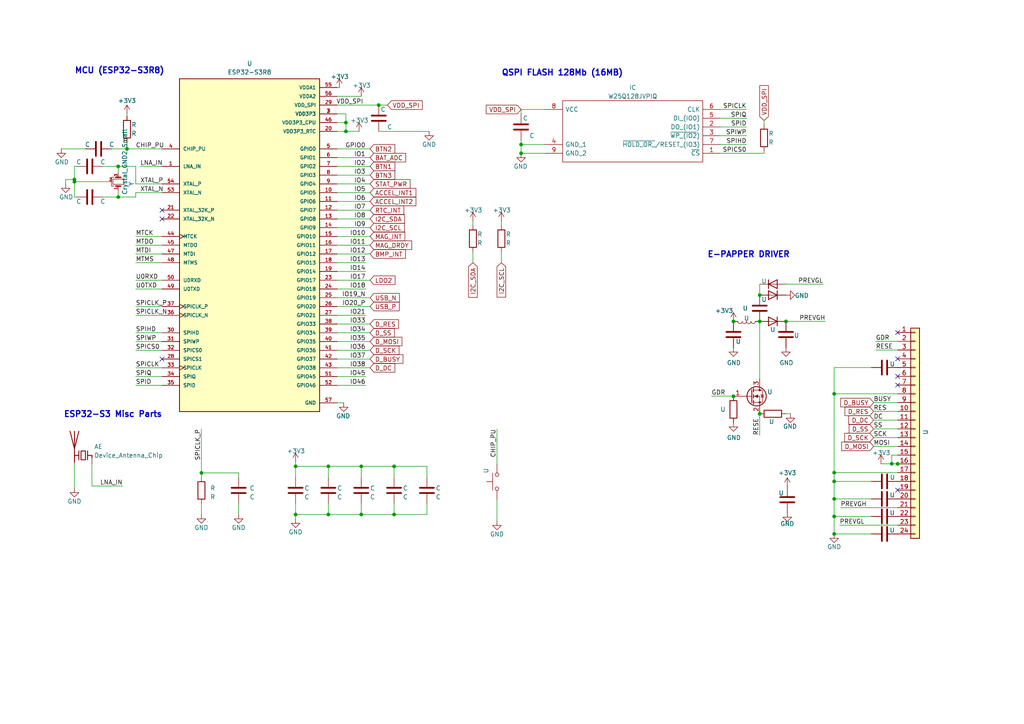
<source format=kicad_sch>
(kicad_sch (version 20220404) (generator eeschema)
  (paper "A4")
  (title_block (title "Watchy-Esp32-s3") (date "2022-07-22") (rev "V1") (company "MrT Stephens"))
  (lib_symbols
    (symbol "Connector_Generic:Conn_01x24" (pin_names (offset 1.016) hide)
      (property "Reference" "J" (at 0 30.48 0))
      (property "Value" "Conn_01x24" (at 0 -33.02 0))
      (symbol "Conn_01x24_1_1"
        (rectangle (start -1.27 -30.353) (end 0 -30.607) (stroke (width 0.1524)))
        (rectangle (start -1.27 -27.813) (end 0 -28.067) (stroke (width 0.1524)))
        (rectangle (start -1.27 -25.273) (end 0 -25.527) (stroke (width 0.1524)))
        (rectangle (start -1.27 -22.733) (end 0 -22.987) (stroke (width 0.1524)))
        (rectangle (start -1.27 -20.193) (end 0 -20.447) (stroke (width 0.1524)))
        (rectangle (start -1.27 -17.653) (end 0 -17.907) (stroke (width 0.1524)))
        (rectangle (start -1.27 -15.113) (end 0 -15.367) (stroke (width 0.1524)))
        (rectangle (start -1.27 -12.573) (end 0 -12.827) (stroke (width 0.1524)))
        (rectangle (start -1.27 -10.033) (end 0 -10.287) (stroke (width 0.1524)))
        (rectangle (start -1.27 -7.493) (end 0 -7.747) (stroke (width 0.1524)))
        (rectangle (start -1.27 -4.953) (end 0 -5.207) (stroke (width 0.1524)))
        (rectangle (start -1.27 -2.413) (end 0 -2.667) (stroke (width 0.1524)))
        (rectangle (start -1.27 0.127) (end 0 -0.127) (stroke (width 0.1524)))
        (rectangle (start -1.27 2.667) (end 0 2.413) (stroke (width 0.1524)))
        (rectangle (start -1.27 5.207) (end 0 4.953) (stroke (width 0.1524)))
        (rectangle (start -1.27 7.747) (end 0 7.493) (stroke (width 0.1524)))
        (rectangle (start -1.27 10.287) (end 0 10.033) (stroke (width 0.1524)))
        (rectangle (start -1.27 12.827) (end 0 12.573) (stroke (width 0.1524)))
        (rectangle (start -1.27 15.367) (end 0 15.113) (stroke (width 0.1524)))
        (rectangle (start -1.27 17.907) (end 0 17.653) (stroke (width 0.1524)))
        (rectangle (start -1.27 20.447) (end 0 20.193) (stroke (width 0.1524)))
        (rectangle (start -1.27 22.987) (end 0 22.733) (stroke (width 0.1524)))
        (rectangle (start -1.27 25.527) (end 0 25.273) (stroke (width 0.1524)))
        (rectangle (start -1.27 28.067) (end 0 27.813) (stroke (width 0.1524)))
        (rectangle (start -1.27 29.21) (end 1.27 -31.75) (stroke (width 0.254)) (fill (type background)))
        (pin passive line (at -5.08 27.94 0) (length 3.81) (name "Pin_1") (number "1"))
        (pin passive line (at -5.08 5.08 0) (length 3.81) (name "Pin_10") (number "10"))
        (pin passive line (at -5.08 2.54 0) (length 3.81) (name "Pin_11") (number "11"))
        (pin passive line (at -5.08 0 0) (length 3.81) (name "Pin_12") (number "12"))
        (pin passive line (at -5.08 -2.54 0) (length 3.81) (name "Pin_13") (number "13"))
        (pin passive line (at -5.08 -5.08 0) (length 3.81) (name "Pin_14") (number "14"))
        (pin passive line (at -5.08 -7.62 0) (length 3.81) (name "Pin_15") (number "15"))
        (pin passive line (at -5.08 -10.16 0) (length 3.81) (name "Pin_16") (number "16"))
        (pin passive line (at -5.08 -12.7 0) (length 3.81) (name "Pin_17") (number "17"))
        (pin passive line (at -5.08 -15.24 0) (length 3.81) (name "Pin_18") (number "18"))
        (pin passive line (at -5.08 -17.78 0) (length 3.81) (name "Pin_19") (number "19"))
        (pin passive line (at -5.08 25.4 0) (length 3.81) (name "Pin_2") (number "2"))
        (pin passive line (at -5.08 -20.32 0) (length 3.81) (name "Pin_20") (number "20"))
        (pin passive line (at -5.08 -22.86 0) (length 3.81) (name "Pin_21") (number "21"))
        (pin passive line (at -5.08 -25.4 0) (length 3.81) (name "Pin_22") (number "22"))
        (pin passive line (at -5.08 -27.94 0) (length 3.81) (name "Pin_23") (number "23"))
        (pin passive line (at -5.08 -30.48 0) (length 3.81) (name "Pin_24") (number "24"))
        (pin passive line (at -5.08 22.86 0) (length 3.81) (name "Pin_3") (number "3"))
        (pin passive line (at -5.08 20.32 0) (length 3.81) (name "Pin_4") (number "4"))
        (pin passive line (at -5.08 17.78 0) (length 3.81) (name "Pin_5") (number "5"))
        (pin passive line (at -5.08 15.24 0) (length 3.81) (name "Pin_6") (number "6"))
        (pin passive line (at -5.08 12.7 0) (length 3.81) (name "Pin_7") (number "7"))
        (pin passive line (at -5.08 10.16 0) (length 3.81) (name "Pin_8") (number "8"))
        (pin passive line (at -5.08 7.62 0) (length 3.81) (name "Pin_9") (number "9"))
      )
    )
    (symbol "Device:C" (pin_numbers hide) (pin_names (offset 0.254))
      (property "Reference" "C" (at 0.635 2.54 0))
      (property "Value" "C" (at 0.635 -2.54 0))
      (symbol "C_0_1"
        (polyline (pts (xy -2.032 -0.762) (xy 2.032 -0.762)) (stroke (width 0.508)))
        (polyline (pts (xy -2.032 0.762) (xy 2.032 0.762)) (stroke (width 0.508)))
      )
      (symbol "C_1_1"
        (pin passive line (at 0 3.81 270) (length 2.794) (name "~") (number "1"))
        (pin passive line (at 0 -3.81 90) (length 2.794) (name "~") (number "2"))
      )
    )
    (symbol "Device:Crystal_GND2_Small" (pin_names (offset 1.016) hide)
      (property "Reference" "Y" (at 0 5.08 0))
      (property "Value" "Crystal_GND2_Small" (at 0 3.175 0))
      (symbol "Crystal_GND2_Small_0_1"
        (rectangle (start -0.762 -1.524) (end 0.762 1.524))
        (polyline (pts (xy -1.27 -0.762) (xy -1.27 0.762)) (stroke (width 0.381)))
        (polyline (pts (xy 1.27 -0.762) (xy 1.27 0.762)) (stroke (width 0.381)))
        (polyline (pts (xy -1.27 -1.27) (xy -1.27 -1.905) (xy 1.27 -1.905) (xy 1.27 -1.27)))
      )
      (symbol "Crystal_GND2_Small_1_1"
        (pin passive line (at -2.54 0 0) (length 1.27) (name "1") (number "1"))
        (pin passive line (at 0 -2.54 90) (length 0.635) (name "2") (number "2"))
        (pin passive line (at 2.54 0 180) (length 1.27) (name "3") (number "3"))
      )
    )
    (symbol "Device:D" (pin_numbers hide) (pin_names (offset 1.016) hide)
      (property "Reference" "D" (at 0 2.54 0))
      (property "Value" "D" (at 0 -2.54 0))
      (symbol "D_0_1"
        (polyline (pts (xy -1.27 1.27) (xy -1.27 -1.27)) (stroke (width 0.254)))
        (polyline (pts (xy 1.27 0) (xy -1.27 0)))
        (polyline (pts (xy 1.27 1.27) (xy 1.27 -1.27) (xy -1.27 0) (xy 1.27 1.27)) (stroke (width 0.254)))
      )
      (symbol "D_1_1"
        (pin passive line (at -3.81 0 0) (length 2.54) (name "K") (number "1"))
        (pin passive line (at 3.81 0 180) (length 2.54) (name "A") (number "2"))
      )
    )
    (symbol "Device:L" (pin_numbers hide) (pin_names (offset 1.016) hide)
      (property "Reference" "L" (at -1.27 0 90))
      (property "Value" "L" (at 1.905 0 90))
      (symbol "L_0_1"
        (arc (start 0 -2.54) (mid 0.635 -1.905) (end 0 -1.27))
        (arc (start 0 -1.27) (mid 0.635 -0.635) (end 0 0))
        (arc (start 0 0) (mid 0.635 0.635) (end 0 1.27))
        (arc (start 0 1.27) (mid 0.635 1.905) (end 0 2.54))
      )
      (symbol "L_1_1"
        (pin passive line (at 0 3.81 270) (length 1.27) (name "1") (number "1"))
        (pin passive line (at 0 -3.81 90) (length 1.27) (name "2") (number "2"))
      )
    )
    (symbol "Device:R" (pin_numbers hide) (pin_names (offset 0))
      (property "Reference" "R" (at 2.032 0 90))
      (property "Value" "R" (at 0 0 90))
      (symbol "R_0_1"
        (rectangle (start -1.016 -2.54) (end 1.016 2.54) (stroke (width 0.254)))
      )
      (symbol "R_1_1"
        (pin passive line (at 0 3.81 270) (length 1.27) (name "~") (number "1"))
        (pin passive line (at 0 -3.81 90) (length 1.27) (name "~") (number "2"))
      )
    )
    (symbol "ESP32-S3R8:ESP32-S3R8" (pin_names (offset 1.016))
      (property "Reference" "U" (at -20.32 49.53 0))
      (property "Value" "ESP32-S3R8" (at -20.32 -49.53 0))
      (symbol "ESP32-S3R8_0_0"
        (rectangle (start -20.32 -48.26) (end 20.32 48.26) (stroke (width 0.254)) (fill (type background)))
        (pin bidirectional line (at -25.4 22.86 0) (length 5.08) (name "LNA_IN") (number "1"))
        (pin bidirectional line (at 25.4 15.24 180) (length 5.08) (name "GPIO5") (number "10"))
        (pin bidirectional line (at 25.4 12.7 180) (length 5.08) (name "GPIO6") (number "11"))
        (pin bidirectional line (at 25.4 10.16 180) (length 5.08) (name "GPIO7") (number "12"))
        (pin bidirectional line (at 25.4 7.62 180) (length 5.08) (name "GPIO8") (number "13"))
        (pin bidirectional line (at 25.4 5.08 180) (length 5.08) (name "GPIO9") (number "14"))
        (pin bidirectional line (at 25.4 2.54 180) (length 5.08) (name "GPIO10") (number "15"))
        (pin bidirectional line (at 25.4 0 180) (length 5.08) (name "GPIO11") (number "16"))
        (pin bidirectional line (at 25.4 -2.54 180) (length 5.08) (name "GPIO12") (number "17"))
        (pin bidirectional line (at 25.4 -5.08 180) (length 5.08) (name "GPIO13") (number "18"))
        (pin bidirectional line (at 25.4 -7.62 180) (length 5.08) (name "GPIO14") (number "19"))
        (pin power_in line (at 25.4 38.1 180) (length 5.08) (name "VDD3P3") (number "2"))
        (pin power_in line (at 25.4 33.02 180) (length 5.08) (name "VDD3P3_RTC") (number "20"))
        (pin bidirectional line (at -25.4 10.16 0) (length 5.08) (name "XTAL_32K_P") (number "21"))
        (pin bidirectional line (at -25.4 7.62 0) (length 5.08) (name "XTAL_32K_N") (number "22"))
        (pin bidirectional line (at 25.4 -10.16 180) (length 5.08) (name "GPIO17") (number "23"))
        (pin bidirectional line (at 25.4 -12.7 180) (length 5.08) (name "GPIO18") (number "24"))
        (pin bidirectional line (at 25.4 -15.24 180) (length 5.08) (name "GPIO19") (number "25"))
        (pin bidirectional line (at 25.4 -17.78 180) (length 5.08) (name "GPIO20") (number "26"))
        (pin bidirectional line (at 25.4 -20.32 180) (length 5.08) (name "GPIO21") (number "27"))
        (pin bidirectional line (at -25.4 -33.02 0) (length 5.08) (name "SPICS1") (number "28"))
        (pin power_in line (at 25.4 40.64 180) (length 5.08) (name "VDD_SPI") (number "29"))
        (pin power_in line (at 25.4 38.1 180) (length 5.08) (name "VDD3P3") (number "3"))
        (pin bidirectional line (at -25.4 -25.4 0) (length 5.08) (name "SPIHD") (number "30"))
        (pin bidirectional line (at -25.4 -27.94 0) (length 5.08) (name "SPIWP") (number "31"))
        (pin bidirectional line (at -25.4 -30.48 0) (length 5.08) (name "SPICS0") (number "32"))
        (pin bidirectional clock (at -25.4 -35.56 0) (length 5.08) (name "SPICLK") (number "33"))
        (pin bidirectional line (at -25.4 -38.1 0) (length 5.08) (name "SPIQ") (number "34"))
        (pin bidirectional line (at -25.4 -40.64 0) (length 5.08) (name "SPID") (number "35"))
        (pin bidirectional clock (at -25.4 -20.32 0) (length 5.08) (name "SPICLK_N") (number "36"))
        (pin bidirectional clock (at -25.4 -17.78 0) (length 5.08) (name "SPICLK_P") (number "37"))
        (pin bidirectional line (at 25.4 -22.86 180) (length 5.08) (name "GPIO33") (number "38"))
        (pin bidirectional line (at 25.4 -25.4 180) (length 5.08) (name "GPIO34") (number "39"))
        (pin input line (at -25.4 27.94 0) (length 5.08) (name "CHIP_PU") (number "4"))
        (pin bidirectional line (at 25.4 -27.94 180) (length 5.08) (name "GPIO35") (number "40"))
        (pin bidirectional line (at 25.4 -30.48 180) (length 5.08) (name "GPIO36") (number "41"))
        (pin bidirectional line (at 25.4 -33.02 180) (length 5.08) (name "GPIO37") (number "42"))
        (pin bidirectional line (at 25.4 -35.56 180) (length 5.08) (name "GPIO38") (number "43"))
        (pin bidirectional clock (at -25.4 2.54 0) (length 5.08) (name "MTCK") (number "44"))
        (pin bidirectional line (at -25.4 0 0) (length 5.08) (name "MTDO") (number "45"))
        (pin power_in line (at 25.4 35.56 180) (length 5.08) (name "VDD3P3_CPU") (number "46"))
        (pin bidirectional line (at -25.4 -2.54 0) (length 5.08) (name "MTDI") (number "47"))
        (pin bidirectional line (at -25.4 -5.08 0) (length 5.08) (name "MTMS") (number "48"))
        (pin bidirectional line (at -25.4 -12.7 0) (length 5.08) (name "U0TXD") (number "49"))
        (pin bidirectional line (at 25.4 27.94 180) (length 5.08) (name "GPIO0") (number "5"))
        (pin bidirectional line (at -25.4 -10.16 0) (length 5.08) (name "U0RXD") (number "50"))
        (pin bidirectional line (at 25.4 -38.1 180) (length 5.08) (name "GPIO45") (number "51"))
        (pin bidirectional line (at 25.4 -40.64 180) (length 5.08) (name "GPIO46") (number "52"))
        (pin output line (at -25.4 15.24 0) (length 5.08) (name "XTAL_N") (number "53"))
        (pin input line (at -25.4 17.78 0) (length 5.08) (name "XTAL_P") (number "54"))
        (pin power_in line (at 25.4 45.72 180) (length 5.08) (name "VDDA1") (number "55"))
        (pin power_in line (at 25.4 43.18 180) (length 5.08) (name "VDDA2") (number "56"))
        (pin power_in line (at 25.4 -45.72 180) (length 5.08) (name "GND") (number "57"))
        (pin bidirectional line (at 25.4 25.4 180) (length 5.08) (name "GPIO1") (number "6"))
        (pin bidirectional line (at 25.4 22.86 180) (length 5.08) (name "GPIO2") (number "7"))
        (pin bidirectional line (at 25.4 20.32 180) (length 5.08) (name "GPIO3") (number "8"))
        (pin bidirectional line (at 25.4 17.78 180) (length 5.08) (name "GPIO4") (number "9"))
      )
    )
    (symbol "Switch:SW_Push" (pin_numbers hide) (pin_names (offset 1.016) hide)
      (property "Reference" "SW" (at 1.27 2.54 0))
      (property "Value" "SW_Push" (at 0 -1.524 0))
      (symbol "SW_Push_0_1"
        (circle (center -2.032 0) (radius 0.508))
        (polyline (pts (xy 0 1.27) (xy 0 3.048)))
        (polyline (pts (xy 2.54 1.27) (xy -2.54 1.27)))
        (circle (center 2.032 0) (radius 0.508))
        (pin passive line (at -5.08 0 0) (length 2.54) (name "1") (number "1"))
        (pin passive line (at 5.08 0 180) (length 2.54) (name "2") (number "2"))
      )
    )
    (symbol "Transistor_FET:DMN3042L" (pin_names hide)
      (property "Reference" "Q" (at 5.08 1.905 0))
      (property "Value" "DMN3042L" (at 5.08 0 0))
      (symbol "DMN3042L_0_1"
        (polyline (pts (xy 0.254 0) (xy -2.54 0)))
        (polyline (pts (xy 0.254 1.905) (xy 0.254 -1.905)) (stroke (width 0.254)))
        (polyline (pts (xy 0.762 -1.27) (xy 0.762 -2.286)) (stroke (width 0.254)))
        (polyline (pts (xy 0.762 0.508) (xy 0.762 -0.508)) (stroke (width 0.254)))
        (polyline (pts (xy 0.762 2.286) (xy 0.762 1.27)) (stroke (width 0.254)))
        (polyline (pts (xy 2.54 2.54) (xy 2.54 1.778)))
        (polyline (pts (xy 2.54 -2.54) (xy 2.54 0) (xy 0.762 0)))
        (polyline (pts (xy 0.762 -1.778) (xy 3.302 -1.778) (xy 3.302 1.778) (xy 0.762 1.778)))
        (polyline (pts (xy 1.016 0) (xy 2.032 0.381) (xy 2.032 -0.381) (xy 1.016 0)) (fill (type outline)))
        (polyline (pts (xy 2.794 0.508) (xy 2.921 0.381) (xy 3.683 0.381) (xy 3.81 0.254)))
        (polyline (pts (xy 3.302 0.381) (xy 2.921 -0.254) (xy 3.683 -0.254) (xy 3.302 0.381)))
        (circle (center 1.651 0) (radius 2.794) (stroke (width 0.254)))
        (circle (center 2.54 -1.778) (radius 0.254) (fill (type outline)))
        (circle (center 2.54 1.778) (radius 0.254) (fill (type outline)))
      )
      (symbol "DMN3042L_1_1"
        (pin input line (at -5.08 0 0) (length 2.54) (name "G") (number "1"))
        (pin passive line (at 2.54 -5.08 90) (length 2.54) (name "S") (number "2"))
        (pin passive line (at 2.54 5.08 270) (length 2.54) (name "D") (number "3"))
      )
    )
    (symbol "W25Q128JVPIQ:W25Q128JVPIQ" (pin_names (offset 0.762))
      (property "Reference" "IC" (at 46.99 7.62 0))
      (property "Value" "W25Q128JVPIQ" (at 46.99 5.08 0))
      (symbol "W25Q128JVPIQ_0_0"
        (pin passive line (at 50.8 -12.7 180) (length 5.08) (name "~{CS}") (number "1"))
        (pin passive line (at 50.8 -5.08 180) (length 5.08) (name "DO_(IO1)") (number "2"))
        (pin passive line (at 50.8 -7.62 180) (length 5.08) (name "~{WP_(IO2})") (number "3"))
        (pin passive line (at 0 -10.16 0) (length 5.08) (name "GND_1") (number "4"))
        (pin passive line (at 50.8 -2.54 180) (length 5.08) (name "DI_(IO0)") (number "5"))
        (pin passive line (at 50.8 0 180) (length 5.08) (name "CLK") (number "6"))
        (pin passive line (at 50.8 -10.16 180) (length 5.08) (name "~{HOLD_OR_}/RESET_(IO3)") (number "7"))
        (pin passive line (at 0 0 0) (length 5.08) (name "VCC") (number "8"))
        (pin passive line (at 0 -12.7 0) (length 5.08) (name "GND_2") (number "9"))
      )
      (symbol "W25Q128JVPIQ_0_1"
        (polyline (pts (xy 5.08 2.54) (xy 45.72 2.54) (xy 45.72 -15.24) (xy 5.08 -15.24) (xy 5.08 2.54)) (stroke (width 0.1524)))
      )
    )
    (symbol "Watchy-cache:Device_Antenna_Chip" (pin_numbers hide) (pin_names (offset 1.016) hide)
      (property "Reference" "AE" (at 0 5.08 0))
      (property "Value" "Device_Antenna_Chip" (at 0 3.175 0))
      (symbol "Device_Antenna_Chip_0_1"
        (polyline (pts (xy -2.54 0) (xy -2.54 -0.635)) (stroke (width 0.254)))
        (polyline (pts (xy -2.54 0) (xy -1.27 0)) (stroke (width 0.254)))
        (polyline (pts (xy 1.27 0) (xy 2.54 0)) (stroke (width 0.254)))
        (polyline (pts (xy 1.27 1.27) (xy 1.27 -1.27)) (stroke (width 0.254)))
        (polyline (pts (xy 2.54 -0.635) (xy 2.54 0)))
        (polyline (pts (xy 2.54 6.985) (xy 2.54 -1.905)) (stroke (width 0.254)))
        (polyline (pts (xy -1.27 1.27) (xy -1.27 -1.27) (xy -1.27 0)) (stroke (width 0.254)))
        (polyline (pts (xy 3.81 6.985) (xy 2.54 1.905) (xy 1.27 6.985)) (stroke (width 0.254)))
        (polyline (pts (xy -0.635 1.27) (xy 0.635 1.27) (xy 0.635 -1.27) (xy -0.635 -1.27) (xy -0.635 1.27)) (stroke (width 0.254)))
      )
      (symbol "Device_Antenna_Chip_1_1"
        (pin input line (at -2.54 -2.54 90) (length 2.54) (name "FEED") (number "1"))
        (pin passive line (at 2.54 -2.54 90) (length 2.54) (name "PCB_Trace") (number "2"))
      )
    )
    (symbol "power:+3V3" (power) (pin_names (offset 0))
      (property "Value" "+3V3" (at 0 3.556 0))
      (symbol "+3V3_0_1"
        (polyline (pts (xy -0.762 1.27) (xy 0 2.54)))
        (polyline (pts (xy 0 0) (xy 0 2.54)))
        (polyline (pts (xy 0 2.54) (xy 0.762 1.27)))
      )
      (symbol "+3V3_1_1"
        (pin power_in line (at 0 0 90) (length 0) hide (name "+3V3") (number "1"))
      )
    )
    (symbol "power:GND" (power) (pin_names (offset 0))
      (property "Value" "GND" (at 0 -3.81 0))
      (symbol "GND_0_1"
        (polyline (pts (xy 0 0) (xy 0 -1.27) (xy 1.27 -1.27) (xy 0 -2.54) (xy -1.27 -1.27) (xy 0 -1.27)))
      )
      (symbol "GND_1_1"
        (pin power_in line (at 0 0 270) (length 0) hide (name "GND") (number "1"))
      )
    )
  )
  (junction (at 241.935 154.8638))
  (junction (at 34.29 57.15))
  (junction (at 95.25 135.255))
  (junction (at 95.25 149.225))
  (junction (at 58.42 137.16))
  (junction (at 21.59 52.07))
  (junction (at 220.345 120.015))
  (junction (at 241.935 139.6238))
  (junction (at 260.35 134.5438))
  (junction (at 100.33 35.56))
  (junction (at 241.935 149.7838))
  (junction (at 34.29 48.26))
  (junction (at 104.775 149.225))
  (junction (at 212.725 114.935))
  (junction (at 241.935 137.0838))
  (junction (at 220.345 85.598))
  (junction (at 21.59 52.705))
  (junction (at 85.725 135.255))
  (junction (at 258.6482 134.5184))
  (junction (at 114.3 135.255))
  (junction (at 104.775 135.255))
  (junction (at 212.725 93.218))
  (junction (at 241.935 114.2238))
  (junction (at 220.345 93.218))
  (junction (at 109.855 30.48))
  (junction (at 227.965 93.218))
  (junction (at 114.3 149.225))
  (junction (at 151.13 41.91))
  (junction (at 100.33 38.1))
  (junction (at 151.13 44.45))
  (junction (at 85.725 149.225))
  (junction (at 241.935 144.7038))
  (junction (at 36.83 43.18))
  (no_connect (at 260.35 111.6838))
  (no_connect (at 260.35 142.1638))
  (no_connect (at 46.99 60.96))
  (no_connect (at 260.35 109.1438))
  (no_connect (at 260.35 96.4438))
  (no_connect (at 46.99 104.14))
  (no_connect (at 46.99 63.5))
  (no_connect (at 260.35 104.0638))
  (wire (pts (xy 208.915 44.45) (xy 221.615 44.45)))
  (wire (pts (xy 208.915 31.75) (xy 216.535 31.75)))
  (wire (pts (xy 40.64 48.26) (xy 46.99 48.26)))
  (wire (pts (xy 104.775 146.05) (xy 104.775 149.225)))
  (wire (pts (xy 114.3 146.05) (xy 114.3 149.225)))
  (wire (pts (xy 104.775 135.255) (xy 104.775 138.43)))
  (wire (pts (xy 85.725 138.43) (xy 85.725 135.255)))
  (wire (pts (xy 97.79 111.76) (xy 106.045 111.76)))
  (wire (pts (xy 151.13 40.64) (xy 151.13 41.91)))
  (wire (pts (xy 97.79 78.74) (xy 106.045 78.74)))
  (wire (pts (xy 241.935 114.2238) (xy 260.35 114.2238)))
  (wire (pts (xy 114.3 149.225) (xy 123.825 149.225)))
  (wire (pts (xy 34.29 48.26) (xy 39.37 48.26)))
  (wire (pts (xy 97.79 33.02) (xy 100.33 33.02)))
  (wire (pts (xy 97.79 106.68) (xy 107.315 106.68)))
  (wire (pts (xy 29.845 48.26) (xy 34.29 48.26)))
  (wire (pts (xy 85.725 146.05) (xy 85.725 149.225)))
  (wire (pts (xy 98.425 25.4) (xy 97.79 25.4)))
  (wire (pts (xy 39.37 76.2) (xy 46.99 76.2)))
  (wire (pts (xy 39.37 101.6) (xy 46.99 101.6)))
  (wire (pts (xy 97.79 63.5) (xy 107.315 63.5)))
  (wire (pts (xy 229.2604 120.015) (xy 227.965 120.015)))
  (wire (pts (xy 39.37 48.26) (xy 39.37 53.34)))
  (wire (pts (xy 97.79 48.26) (xy 107.315 48.26)))
  (wire (pts (xy 39.37 91.44) (xy 46.99 91.44)))
  (wire (pts (xy 104.775 135.255) (xy 114.3 135.255)))
  (wire (pts (xy 253.365 121.8438) (xy 260.35 121.8438)))
  (wire (pts (xy 208.915 34.29) (xy 216.535 34.29)))
  (wire (pts (xy 97.79 35.56) (xy 100.33 35.56)))
  (wire (pts (xy 97.79 50.8) (xy 107.315 50.8)))
  (wire (pts (xy 97.79 53.34) (xy 107.315 53.34)))
  (wire (pts (xy 85.725 135.255) (xy 95.25 135.255)))
  (wire (pts (xy 19.05 53.34) (xy 19.05 52.07)))
  (wire (pts (xy 17.78 43.18) (xy 24.765 43.18)))
  (wire (pts (xy 97.79 96.52) (xy 107.315 96.52)))
  (wire (pts (xy 29.845 57.15) (xy 34.29 57.15)))
  (wire (pts (xy 97.79 83.82) (xy 106.045 83.82)))
  (wire (pts (xy 22.225 48.26) (xy 21.59 48.26)))
  (wire (pts (xy 97.79 86.36) (xy 107.315 86.36)))
  (wire (pts (xy 151.13 41.91) (xy 158.115 41.91)))
  (wire (pts (xy 97.79 93.98) (xy 107.315 93.98)))
  (wire (pts (xy 208.915 41.91) (xy 216.535 41.91)))
  (wire (pts (xy 36.83 41.275) (xy 36.83 43.18)))
  (wire (pts (xy 97.79 104.14) (xy 107.315 104.14)))
  (wire (pts (xy 85.725 149.225) (xy 85.725 150.495)))
  (wire (pts (xy 69.215 137.16) (xy 69.215 138.43)))
  (wire (pts (xy 145.415 64.135) (xy 145.415 65.405)))
  (wire (pts (xy 252.73 154.8638) (xy 241.935 154.8638)))
  (wire (pts (xy 34.29 57.15) (xy 39.37 57.15)))
  (wire (pts (xy 39.37 53.34) (xy 46.99 53.34)))
  (wire (pts (xy 241.935 154.8638) (xy 241.935 149.7838)))
  (wire (pts (xy 220.345 120.015) (xy 220.345 126.238)))
  (wire (pts (xy 85.725 149.225) (xy 95.25 149.225)))
  (wire (pts (xy 252.73 149.7838) (xy 241.935 149.7838)))
  (wire (pts (xy 21.59 134.62) (xy 21.59 141.605)))
  (wire (pts (xy 97.79 43.18) (xy 107.315 43.18)))
  (wire (pts (xy 26.67 134.62) (xy 26.67 140.97)))
  (wire (pts (xy 253.365 124.3838) (xy 260.35 124.3838)))
  (wire (pts (xy 32.385 43.18) (xy 36.83 43.18)))
  (wire (pts (xy 144.145 124.46) (xy 144.145 134.62)))
  (wire (pts (xy 227.965 93.218) (xy 239.395 93.218)))
  (wire (pts (xy 97.79 30.48) (xy 109.855 30.48)))
  (wire (pts (xy 39.37 106.68) (xy 46.99 106.68)))
  (wire (pts (xy 114.3 135.255) (xy 114.3 138.43)))
  (wire (pts (xy 39.37 96.52) (xy 46.99 96.52)))
  (wire (pts (xy 58.42 124.46) (xy 58.42 137.16)))
  (wire (pts (xy 100.33 35.56) (xy 100.33 38.1)))
  (wire (pts (xy 114.3 135.255) (xy 123.825 135.255)))
  (wire (pts (xy 260.35 137.0838) (xy 241.935 137.0838)))
  (wire (pts (xy 241.935 139.6238) (xy 241.935 144.7038)))
  (wire (pts (xy 221.615 34.925) (xy 221.615 36.195)))
  (wire (pts (xy 220.345 85.598) (xy 220.345 82.423)))
  (wire (pts (xy 97.79 109.22) (xy 106.045 109.22)))
  (wire (pts (xy 36.83 33.02) (xy 36.83 33.655)))
  (wire (pts (xy 252.73 106.6038) (xy 241.935 106.6038)))
  (wire (pts (xy 144.145 144.78) (xy 144.145 151.13)))
  (wire (pts (xy 97.79 55.88) (xy 107.315 55.88)))
  (wire (pts (xy 97.79 66.04) (xy 107.315 66.04)))
  (wire (pts (xy 36.83 43.18) (xy 46.99 43.18)))
  (wire (pts (xy 97.79 60.96) (xy 107.315 60.96)))
  (wire (pts (xy 212.725 114.8842) (xy 212.725 114.935)))
  (wire (pts (xy 97.79 99.06) (xy 107.315 99.06)))
  (wire (pts (xy 19.05 52.07) (xy 21.59 52.07)))
  (wire (pts (xy 252.73 139.6238) (xy 241.935 139.6238)))
  (wire (pts (xy 260.35 134.5184) (xy 260.35 134.5438)))
  (wire (pts (xy 97.79 91.44) (xy 106.045 91.44)))
  (wire (pts (xy 97.79 71.12) (xy 107.315 71.12)))
  (wire (pts (xy 206.375 114.8842) (xy 212.725 114.8842)))
  (wire (pts (xy 253.365 119.3038) (xy 260.35 119.3038)))
  (wire (pts (xy 39.37 99.06) (xy 46.99 99.06)))
  (wire (pts (xy 39.37 111.76) (xy 46.99 111.76)))
  (wire (pts (xy 21.59 48.26) (xy 21.59 52.07)))
  (wire (pts (xy 220.345 93.218) (xy 220.345 109.855)))
  (wire (pts (xy 97.79 88.9) (xy 107.315 88.9)))
  (wire (pts (xy 31.75 52.705) (xy 21.59 52.705)))
  (wire (pts (xy 100.33 33.02) (xy 100.33 35.56)))
  (wire (pts (xy 227.965 82.423) (xy 238.76 82.423)))
  (wire (pts (xy 97.79 101.6) (xy 107.315 101.6)))
  (wire (pts (xy 95.25 135.255) (xy 104.775 135.255)))
  (wire (pts (xy 151.13 33.02) (xy 151.13 31.75)))
  (wire (pts (xy 97.79 58.42) (xy 107.315 58.42)))
  (wire (pts (xy 21.59 52.07) (xy 21.59 52.705)))
  (wire (pts (xy 34.29 55.245) (xy 34.29 57.15)))
  (wire (pts (xy 104.775 149.225) (xy 114.3 149.225)))
  (wire (pts (xy 243.7892 147.2438) (xy 260.35 147.2438)))
  (wire (pts (xy 39.37 83.82) (xy 46.99 83.82)))
  (wire (pts (xy 95.25 146.05) (xy 95.25 149.225)))
  (wire (pts (xy 137.16 76.2) (xy 137.16 73.025)))
  (wire (pts (xy 58.42 137.16) (xy 69.215 137.16)))
  (wire (pts (xy 253.365 129.4638) (xy 260.35 129.4638)))
  (wire (pts (xy 21.59 57.15) (xy 21.59 52.705)))
  (wire (pts (xy 97.79 45.72) (xy 107.315 45.72)))
  (wire (pts (xy 46.99 55.88) (xy 39.37 55.88)))
  (wire (pts (xy 95.25 135.255) (xy 95.25 138.43)))
  (wire (pts (xy 241.935 106.6038) (xy 241.935 114.2238)))
  (wire (pts (xy 69.215 146.05) (xy 69.215 149.225)))
  (wire (pts (xy 85.725 133.985) (xy 85.725 135.255)))
  (wire (pts (xy 100.33 38.1) (xy 97.79 38.1)))
  (wire (pts (xy 97.79 73.66) (xy 107.315 73.66)))
  (wire (pts (xy 151.13 44.45) (xy 158.115 44.45)))
  (wire (pts (xy 123.825 135.255) (xy 123.825 138.43)))
  (wire (pts (xy 58.42 146.05) (xy 58.42 149.225)))
  (wire (pts (xy 253.365 126.9238) (xy 260.35 126.9238)))
  (wire (pts (xy 208.915 39.37) (xy 216.535 39.37)))
  (wire (pts (xy 22.225 57.15) (xy 21.59 57.15)))
  (wire (pts (xy 208.915 36.83) (xy 216.535 36.83)))
  (wire (pts (xy 97.79 81.28) (xy 107.315 81.28)))
  (wire (pts (xy 258.6482 134.5184) (xy 260.35 134.5184)))
  (wire (pts (xy 260.35 132.0038) (xy 258.6482 132.0038)))
  (wire (pts (xy 58.42 138.43) (xy 58.42 137.16)))
  (wire (pts (xy 97.79 68.58) (xy 107.315 68.58)))
  (wire (pts (xy 258.6482 132.0038) (xy 258.6482 134.5184)))
  (wire (pts (xy 253.365 116.7638) (xy 260.35 116.7638)))
  (wire (pts (xy 104.14 38.1) (xy 100.33 38.1)))
  (wire (pts (xy 241.935 139.6238) (xy 241.935 137.0838)))
  (wire (pts (xy 255.524 134.5184) (xy 258.6482 134.5184)))
  (wire (pts (xy 252.73 144.7038) (xy 241.935 144.7038)))
  (wire (pts (xy 95.25 149.225) (xy 104.775 149.225)))
  (wire (pts (xy 97.79 76.2) (xy 106.045 76.2)))
  (wire (pts (xy 104.775 27.94) (xy 97.79 27.94)))
  (wire (pts (xy 221.615 43.815) (xy 221.615 44.45)))
  (wire (pts (xy 254 98.9838) (xy 260.35 98.9838)))
  (wire (pts (xy 39.37 55.88) (xy 39.37 57.15)))
  (wire (pts (xy 254 101.5238) (xy 260.35 101.5238)))
  (wire (pts (xy 243.5098 152.3238) (xy 260.35 152.3238)))
  (wire (pts (xy 39.37 81.28) (xy 46.99 81.28)))
  (wire (pts (xy 34.29 48.26) (xy 34.29 50.165)))
  (wire (pts (xy 241.935 144.7038) (xy 241.935 149.7838)))
  (wire (pts (xy 35.56 140.97) (xy 26.67 140.97)))
  (wire (pts (xy 39.37 68.58) (xy 46.99 68.58)))
  (wire (pts (xy 241.935 137.0838) (xy 241.935 114.2238)))
  (wire (pts (xy 39.37 88.9) (xy 46.99 88.9)))
  (wire (pts (xy 99.695 116.84) (xy 97.79 116.84)))
  (wire (pts (xy 123.825 149.225) (xy 123.825 146.05)))
  (wire (pts (xy 109.855 30.48) (xy 112.395 30.48)))
  (wire (pts (xy 145.415 76.2) (xy 145.415 73.025)))
  (wire (pts (xy 151.13 31.75) (xy 158.115 31.75)))
  (wire (pts (xy 124.46 38.1) (xy 109.855 38.1)))
  (wire (pts (xy 39.37 71.12) (xy 46.99 71.12)))
  (wire (pts (xy 39.37 73.66) (xy 46.99 73.66)))
  (wire (pts (xy 137.16 64.135) (xy 137.16 65.405)))
  (wire (pts (xy 151.13 41.91) (xy 151.13 44.45)))
  (wire (pts (xy 39.37 109.22) (xy 46.99 109.22)))
  (text "MCU (ESP32-S3R8)" (at 21.59 21.59 0) (effects (font (size 1.7 1.7) (thickness 0.34) bold) (justify left bottom)))
  (text "ESP32-S3 Misc Parts" (at 18.415 121.285 0) (effects (font (size 1.7 1.7) (thickness 0.34) bold) (justify left bottom)))
  (text "QSPI FLASH 128Mb (16MB)" (at 145.415 22.225 0) (effects (font (size 1.7 1.7) (thickness 0.34) bold) (justify left bottom)))
  (text "E-PAPPER DRIVER" (at 205.105 74.93 0) (effects (font (size 1.7 1.7) (thickness 0.34) bold) (justify left bottom)))
  (label "PREVGL" (at 238.76 82.423 0))
  (label "IO13" (at 106.045 76.2 0))
  (label "VDD_SPI" (at 105.41 30.48 0))
  (label "SPICLK" (at 216.535 31.75 0))
  (label "IO9" (at 106.045 66.04 0))
  (label "SPIQ" (at 216.535 34.29 0))
  (label "PREVGH" (at 239.395 93.218 0))
  (label "IO4" (at 106.045 53.34 0))
  (label "IO6" (at 106.045 58.42 0))
  (label "IO21" (at 106.045 91.44 0))
  (label "MOSI" (at 253.365 129.4638 0))
  (label "LNA_IN" (at 40.64 48.26 0))
  (label "LNA_IN" (at 35.56 140.97 0))
  (label "IO35" (at 106.045 99.06 0))
  (label "IO3" (at 106.045 50.8 0))
  (label "IO5" (at 106.045 55.88 0))
  (label "IO45" (at 106.045 109.22 0))
  (label "MTDO" (at 39.37 71.12 0))
  (label "IO33" (at 106.045 93.98 0))
  (label "GDR" (at 254 98.9838 0))
  (label "U0TXD" (at 39.37 83.82 0))
  (label "SPIHD" (at 216.535 41.91 0))
  (label "SPICS0" (at 216.535 44.45 0))
  (label "IO20_P" (at 106.045 88.9 0))
  (label "SPID" (at 39.37 111.76 0))
  (label "RES" (at 253.365 119.3038 0))
  (label "PREVGH" (at 243.7892 147.2438 0))
  (label "IO19_N" (at 106.045 86.36 0))
  (label "GDR" (at 206.375 114.8842 0))
  (label "IO36" (at 106.045 101.6 0))
  (label "PREVGL" (at 243.5098 152.3238 0))
  (label "SPIQ" (at 39.37 109.22 0))
  (label "SPIHD" (at 39.37 96.52 0))
  (label "IO18" (at 106.045 83.82 0))
  (label "SPIWP" (at 39.37 99.06 0))
  (label "IO11" (at 106.045 71.12 0))
  (label "IO1" (at 106.045 45.72 0))
  (label "DC" (at 253.365 121.8438 0))
  (label "MTDI" (at 39.37 73.66 0))
  (label "MTMS" (at 39.37 76.2 0))
  (label "U0RXD" (at 39.37 81.28 0))
  (label "XTAL_P" (at 40.64 53.34 0))
  (label "IO8" (at 106.045 63.5 0))
  (label "IO2" (at 106.045 48.26 0))
  (label "BUSY" (at 253.365 116.7638 0))
  (label "IO37" (at 106.045 104.14 0))
  (label "SPIWP" (at 216.535 39.37 0))
  (label "CHIP_PU" (at 39.37 43.18 0))
  (label "SPICLK_N" (at 39.37 91.44 0))
  (label "MTCK" (at 39.37 68.58 0))
  (label "SPICLK_P" (at 58.42 124.46 90))
  (label "SPID" (at 216.535 36.83 0))
  (label "RESE" (at 220.345 126.238 90))
  (label "IO10" (at 106.045 68.58 0))
  (label "IO34" (at 106.045 96.52 0))
  (label "RESE" (at 254 101.5238 0))
  (label "XTAL_N" (at 40.64 55.88 0))
  (label "IO14" (at 106.045 78.74 0))
  (label "SPICLK_P" (at 39.37 88.9 0))
  (label "CHIP_PU" (at 144.145 124.46 90))
  (label "IO12" (at 106.045 73.66 0))
  (label "SPICS0" (at 39.37 101.6 0))
  (label "IO17" (at 106.045 81.28 0))
  (label "IO46" (at 106.045 111.76 0))
  (label "IO38" (at 106.045 106.68 0))
  (label "IO7" (at 106.045 60.96 0))
  (label "SCK" (at 253.365 126.9238 0))
  (label "SS" (at 253.365 124.3838 0))
  (label "SPICLK" (at 39.37 106.68 0))
  (label "GPIO0" (at 106.045 43.18 0))
  (global_label "I2C_SCL" (shape input) (at 107.315 66.04 0) (property "Intersheetrefs" "${INTERSHEET_REFS}" (effects hide)))
  (global_label "D_BUSY" (shape input) (at 107.315 104.14 0) (property "Intersheetrefs" "${INTERSHEET_REFS}" (effects hide)))
  (global_label "BAT_ADC" (shape input) (at 107.315 45.72 0) (property "Intersheetrefs" "${INTERSHEET_REFS}" (effects hide)))
  (global_label "LDO2" (shape input) (at 107.315 81.28 0) (property "Intersheetrefs" "${INTERSHEET_REFS}" (effects hide)))
  (global_label "ACCEL_INT2" (shape input) (at 107.315 58.42 0) (property "Intersheetrefs" "${INTERSHEET_REFS}" (effects hide)))
  (global_label "VDD_SPI" (shape input) (at 151.13 31.75 180) (property "Intersheetrefs" "${INTERSHEET_REFS}" (effects hide)))
  (global_label "D_MOSI" (shape input) (at 107.315 99.06 0) (property "Intersheetrefs" "${INTERSHEET_REFS}" (effects hide)))
  (global_label "BTN3" (shape input) (at 107.315 50.8 0) (property "Intersheetrefs" "${INTERSHEET_REFS}" (effects hide)))
  (global_label "RTC_INT" (shape input) (at 107.315 60.96 0) (property "Intersheetrefs" "${INTERSHEET_REFS}" (effects hide)))
  (global_label "BMP_INT" (shape input) (at 107.315 73.66 0) (property "Intersheetrefs" "${INTERSHEET_REFS}" (effects hide)))
  (global_label "BTN2" (shape input) (at 107.315 43.18 0) (property "Intersheetrefs" "${INTERSHEET_REFS}" (effects hide)))
  (global_label "D_BUSY" (shape input) (at 253.3904 116.7638 180) (property "Intersheetrefs" "${INTERSHEET_REFS}" (effects hide)))
  (global_label "STAT_PWR" (shape input) (at 107.315 53.34 0) (property "Intersheetrefs" "${INTERSHEET_REFS}" (effects hide)))
  (global_label "MAG_INT" (shape input) (at 107.315 68.58 0) (property "Intersheetrefs" "${INTERSHEET_REFS}" (effects hide)))
  (global_label "VDD_SPI" (shape input) (at 112.395 30.48 0) (property "Intersheetrefs" "${INTERSHEET_REFS}" (effects hide)))
  (global_label "D_SS" (shape input) (at 107.315 96.52 0) (property "Intersheetrefs" "${INTERSHEET_REFS}" (effects hide)))
  (global_label "D_SS" (shape input) (at 253.365 124.3838 180) (property "Intersheetrefs" "${INTERSHEET_REFS}" (effects hide)))
  (global_label "USB_P" (shape input) (at 107.315 88.9 0) (property "Intersheetrefs" "${INTERSHEET_REFS}" (effects hide)))
  (global_label "D_RES" (shape input) (at 107.315 93.98 0) (property "Intersheetrefs" "${INTERSHEET_REFS}" (effects hide)))
  (global_label "I2C_SDA" (shape input) (at 107.315 63.5 0) (property "Intersheetrefs" "${INTERSHEET_REFS}" (effects hide)))
  (global_label "D_DC" (shape input) (at 107.315 106.68 0) (property "Intersheetrefs" "${INTERSHEET_REFS}" (effects hide)))
  (global_label "MAG_DRDY" (shape input) (at 107.315 71.12 0) (property "Intersheetrefs" "${INTERSHEET_REFS}" (effects hide)))
  (global_label "USB_N" (shape input) (at 107.315 86.36 0) (property "Intersheetrefs" "${INTERSHEET_REFS}" (effects hide)))
  (global_label "I2C_SDA" (shape input) (at 137.16 76.2 270) (property "Intersheetrefs" "${INTERSHEET_REFS}" (effects hide)))
  (global_label "BTN1" (shape input) (at 107.315 48.26 0) (property "Intersheetrefs" "${INTERSHEET_REFS}" (effects hide)))
  (global_label "D_MOSI" (shape input) (at 253.3904 129.4638 180) (property "Intersheetrefs" "${INTERSHEET_REFS}" (effects hide)))
  (global_label "VDD_SPI" (shape input) (at 221.615 34.925 90) (property "Intersheetrefs" "${INTERSHEET_REFS}" (effects hide)))
  (global_label "I2C_SCL" (shape input) (at 145.415 76.2 270) (property "Intersheetrefs" "${INTERSHEET_REFS}" (effects hide)))
  (global_label "D_SCK" (shape input) (at 107.315 101.6 0) (property "Intersheetrefs" "${INTERSHEET_REFS}" (effects hide)))
  (global_label "ACCEL_INT1" (shape input) (at 107.315 55.88 0) (property "Intersheetrefs" "${INTERSHEET_REFS}" (effects hide)))
  (global_label "D_RES" (shape input) (at 253.365 119.3038 180) (property "Intersheetrefs" "${INTERSHEET_REFS}" (effects hide)))
  (global_label "D_SCK" (shape input) (at 253.3904 126.9238 180) (property "Intersheetrefs" "${INTERSHEET_REFS}" (effects hide)))
  (global_label "D_DC" (shape input) (at 253.3904 121.8438 180) (property "Intersheetrefs" "${INTERSHEET_REFS}" (effects hide)))
  (symbol (lib_id "ESP32-S3R8:ESP32-S3R8") (at 72.39 71.12 0) (unit 1)
    (default_instance (reference "U") (unit 1) (value "ESP32-S3R8") (footprint "QFN40P700X700X90-57N"))
    (property "Reference" "U" (at 72.39 18.415 0))
    (property "Value" "ESP32-S3R8" (at 72.39 20.955 0))
    (property "Footprint" "QFN40P700X700X90-57N" (effects hide))
    (property "Package" "None" (effects hide))
    (property "MP" "ESP32-S3" (effects hide))
    (property "Description" "Espressif Systems [ENGINEERING SAMPLES]SMD IC , Dual-Core MCU, Wi-Fi 2.4G & BLE 5.0 combo, 8 MB Octal SPI PSRAM, QFN 56-pin, 7*7 mm" (effects hide))
    (property "Availability" "In Stock" (effects hide))
    (property "Price" "None" (effects hide))
    (property "MF" "Espressif Systems" (effects hide))
    (property "Purchase-URL" "https://pricing.snapeda.com/search/part/ESP32-S3R8/?ref=eda" (effects hide))
  )
  (symbol (lib_id "W25Q128JVPIQ:W25Q128JVPIQ") (at 158.115 31.75 0) (unit 1)
    (default_instance (reference "IC") (unit 1) (value "W25Q128JVPIQ") (footprint "SON127P600X500X80-9N-D"))
    (property "Reference" "IC" (at 183.515 25.4 0))
    (property "Value" "W25Q128JVPIQ" (at 183.515 27.94 0))
    (property "Footprint" "SON127P600X500X80-9N-D" (effects hide))
    (property "Datasheet" "https://www.arrow.com/en/products/w25q128jvpiq/winbond-electronics" (effects hide))
    (property "Description" "IC FLASH 128M SPI 133MHZ 8WSON" (effects hide))
    (property "Height" "0.8" (effects hide))
    (property "Manufacturer_Name" "Winbond" (effects hide))
    (property "Manufacturer_Part_Number" "W25Q128JVPIQ" (effects hide))
    (property "Mouser Part Number" "454-W25Q128JVPIQ" (effects hide))
    (property "Mouser Price/Stock" "https://www.mouser.co.uk/ProductDetail/Winbond/W25Q128JVPIQ?qs=qSfuJ%252Bfl%2Fd676hAD%252B1JSfw%3D%3D" (effects hide))
    (property "Arrow Part Number" "W25Q128JVPIQ" (effects hide))
    (property "Arrow Price/Stock" "https://www.arrow.com/en/products/w25q128jvpiq/winbond-electronics?region=nac" (effects hide))
  )
  (symbol (lib_id "power:GND") (at 228.346 148.7424 0) (unit 1)
    (default_instance (reference "U") (unit 1) (value "") (footprint ""))
    (property "Reference" "U" (effects hide))
  )
  (symbol (lib_id "power:+3V3") (at 104.775 27.94 0) (unit 1)
    (default_instance (reference "#PWR") (unit 1) (value "+3V3") (footprint ""))
    (property "Reference" "#PWR" (effects hide))
    (property "Value" "+3V3" (at 102.235 24.765 0) (effects (justify left)))
  )
  (symbol (lib_id "power:GND") (at 58.42 149.225 0) (unit 1)
    (default_instance (reference "#PWR") (unit 1) (value "GND") (footprint ""))
    (property "Reference" "#PWR" (effects hide))
    (property "Value" "GND" (at 58.42 153.035 0))
  )
  (symbol (lib_id "Device:C") (at 69.215 142.24 0) (unit 1)
    (default_instance (reference "C") (unit 1) (value "C") (footprint ""))
    (property "Reference" "C" (at 72.39 141.605 0) (effects (justify left)))
    (property "Value" "C" (at 72.39 144.145 0) (effects (justify left)))
  )
  (symbol (lib_id "power:GND") (at 144.145 151.13 0) (unit 1)
    (default_instance (reference "#PWR") (unit 1) (value "GND") (footprint ""))
    (property "Reference" "#PWR" (effects hide))
    (property "Value" "GND" (at 144.145 154.94 0))
  )
  (symbol (lib_id "power:GND") (at 21.59 141.605 0) (unit 1)
    (default_instance (reference "#PWR") (unit 1) (value "GND") (footprint ""))
    (property "Reference" "#PWR" (effects hide))
    (property "Value" "GND" (at 21.59 145.415 0))
  )
  (symbol (lib_id "Watchy-cache:Device_Antenna_Chip") (at 24.13 132.08 0) (mirror y) (unit 1)
    (default_instance (reference "AE") (unit 1) (value "Device_Antenna_Chip") (footprint ""))
    (property "Reference" "AE" (at 27.305 129.54 0) (effects (justify right)))
    (property "Value" "Device_Antenna_Chip" (at 27.305 132.08 0) (effects (justify right)))
  )
  (symbol (lib_id "Device:C") (at 256.54 106.6038 270) (unit 1)
    (default_instance (reference "U") (unit 1) (value "") (footprint ""))
    (property "Reference" "U" (at 258.826 105.5878 90))
  )
  (symbol (lib_id "Device:R") (at 224.155 120.015 270) (unit 1)
    (default_instance (reference "U") (unit 1) (value "") (footprint ""))
    (property "Reference" "U" (at 223.012 122.301 90) (effects (justify left)))
  )
  (symbol (lib_id "Device:C") (at 228.346 144.9324 0) (unit 1)
    (default_instance (reference "U") (unit 1) (value "") (footprint ""))
    (property "Reference" "U" (at 225.806 143.0274 0) (effects (justify left)))
  )
  (symbol (lib_id "power:GND") (at 19.05 53.34 0) (mirror y) (unit 1)
    (default_instance (reference "#PWR") (unit 1) (value "GND") (footprint ""))
    (property "Reference" "#PWR" (effects hide))
    (property "Value" "GND" (at 17.145 57.15 0) (effects (justify right)))
  )
  (symbol (lib_id "Device:R") (at 145.415 69.215 0) (unit 1)
    (default_instance (reference "R") (unit 1) (value "R") (footprint ""))
    (property "Reference" "R" (at 146.685 67.945 0) (effects (justify left)))
    (property "Value" "R" (at 146.685 70.485 0) (effects (justify left)))
  )
  (symbol (lib_id "Device:R") (at 137.16 69.215 0) (unit 1)
    (default_instance (reference "R") (unit 1) (value "R") (footprint ""))
    (property "Reference" "R" (at 138.43 67.945 0) (effects (justify left)))
    (property "Value" "R" (at 138.43 70.485 0) (effects (justify left)))
  )
  (symbol (lib_id "Device:C") (at 220.345 89.408 0) (unit 1)
    (default_instance (reference "U") (unit 1) (value "") (footprint ""))
    (property "Reference" "U" (at 215.392 89.408 0) (effects (justify left)))
  )
  (symbol (lib_id "Device:D") (at 224.155 82.423 0) (unit 1)
    (default_instance (reference "U") (unit 1) (value "") (footprint ""))
    (property "Reference" "U" (at 221.615 81.534 0))
  )
  (symbol (lib_id "Device:D") (at 224.155 85.598 180) (unit 1)
    (default_instance (reference "U") (unit 1) (value "") (footprint ""))
    (property "Reference" "U" (at 221.615 86.868 0))
  )
  (symbol (lib_id "power:GND") (at 69.215 149.225 0) (unit 1)
    (default_instance (reference "#PWR") (unit 1) (value "GND") (footprint ""))
    (property "Reference" "#PWR" (effects hide))
    (property "Value" "GND" (at 69.215 153.035 0))
  )
  (symbol (lib_id "power:GND") (at 241.935 154.8638 0) (unit 1)
    (default_instance (reference "#PWR") (unit 1) (value "GND") (footprint ""))
    (property "Reference" "#PWR" (effects hide))
    (property "Value" "GND" (at 241.9604 158.5976 0))
  )
  (symbol (lib_id "power:+3V3") (at 104.14 38.1 0) (unit 1)
    (default_instance (reference "#PWR") (unit 1) (value "+3V3") (footprint ""))
    (property "Reference" "#PWR" (effects hide))
    (property "Value" "+3V3" (at 101.6 34.925 0) (effects (justify left)))
  )
  (symbol (lib_id "Switch:SW_Push") (at 144.145 139.7 90) (unit 1)
    (default_instance (reference "U") (unit 1) (value "") (footprint ""))
    (property "Reference" "U" (at 140.97 136.525 0))
  )
  (symbol (lib_id "Device:Crystal_GND2_Small") (at 34.29 52.705 270) (mirror x) (unit 1)
    (default_instance (reference "Y") (unit 1) (value "Crystal_GND2_Small") (footprint ""))
    (property "Reference" "Y" (at 38.1 53.975 0) (effects (justify left)))
    (property "Value" "Crystal_GND2_Small" (at 36.195 56.515 0) (effects (justify left)))
  )
  (symbol (lib_id "Device:C") (at 104.775 142.24 0) (unit 1)
    (default_instance (reference "C") (unit 1) (value "C") (footprint ""))
    (property "Reference" "C" (at 107.315 141.605 0) (effects (justify left)))
    (property "Value" "C" (at 107.315 144.145 0) (effects (justify left)))
  )
  (symbol (lib_id "Device:L") (at 216.535 93.218 270) (unit 1)
    (default_instance (reference "U") (unit 1) (value "") (footprint ""))
    (property "Reference" "U" (at 216.535 92.329 90))
  )
  (symbol (lib_id "power:+3V3") (at 255.524 134.5184 0) (unit 1)
    (default_instance (reference "#PWR") (unit 1) (value "+3V3") (footprint ""))
    (property "Reference" "#PWR" (effects hide))
    (property "Value" "+3V3" (at 252.984 131.3434 0) (effects (justify left)))
  )
  (symbol (lib_id "power:GND") (at 151.13 44.45 0) (unit 1)
    (default_instance (reference "#PWR") (unit 1) (value "GND") (footprint ""))
    (property "Reference" "#PWR" (effects hide))
    (property "Value" "GND" (at 153.035 48.26 0) (effects (justify right)))
  )
  (symbol (lib_id "Device:C") (at 256.54 149.7838 270) (unit 1)
    (default_instance (reference "U") (unit 1) (value "") (footprint ""))
    (property "Reference" "U" (at 258.8006 148.7424 90))
  )
  (symbol (lib_id "power:+3V3") (at 212.725 93.218 0) (unit 1)
    (default_instance (reference "#PWR") (unit 1) (value "+3V3") (footprint ""))
    (property "Reference" "#PWR" (effects hide))
    (property "Value" "+3V3" (at 210.0326 90.1192 0))
  )
  (symbol (lib_id "power:GND") (at 85.725 150.495 0) (unit 1)
    (default_instance (reference "#PWR") (unit 1) (value "GND") (footprint ""))
    (property "Reference" "#PWR" (effects hide))
    (property "Value" "GND" (at 85.725 154.305 0))
  )
  (symbol (lib_id "power:+3V3") (at 145.415 64.135 0) (unit 1)
    (default_instance (reference "#PWR") (unit 1) (value "+3V3") (footprint ""))
    (property "Reference" "#PWR" (effects hide))
    (property "Value" "+3V3" (at 142.875 60.96 0) (effects (justify left)))
  )
  (symbol (lib_id "Device:C") (at 26.035 48.26 90) (unit 1)
    (default_instance (reference "C") (unit 1) (value "C") (footprint ""))
    (property "Reference" "C" (at 22.86 46.99 90))
    (property "Value" "C" (at 29.845 46.99 90))
  )
  (symbol (lib_id "power:GND") (at 99.695 116.84 0) (unit 1)
    (default_instance (reference "#PWR") (unit 1) (value "GND") (footprint ""))
    (property "Reference" "#PWR" (effects hide))
    (property "Value" "GND" (at 101.6 120.65 0) (effects (justify right)))
  )
  (symbol (lib_id "Device:C") (at 256.54 139.6238 270) (unit 1)
    (default_instance (reference "U") (unit 1) (value "") (footprint ""))
    (property "Reference" "U" (at 258.8514 138.4554 90))
  )
  (symbol (lib_id "power:GND") (at 212.725 122.555 0) (unit 1)
    (default_instance (reference "U") (unit 1) (value "") (footprint ""))
    (property "Reference" "U" (effects hide))
  )
  (symbol (lib_id "power:+3V3") (at 85.725 133.985 0) (unit 1)
    (default_instance (reference "#PWR") (unit 1) (value "+3V3") (footprint ""))
    (property "Reference" "#PWR" (effects hide))
    (property "Value" "+3V3" (at 83.185 130.81 0) (effects (justify left)))
  )
  (symbol (lib_id "Device:C") (at 227.965 97.028 0) (unit 1)
    (default_instance (reference "U") (unit 1) (value "") (footprint ""))
    (property "Reference" "U" (at 230.251 97.282 0) (effects (justify left)))
  )
  (symbol (lib_id "Device:R") (at 212.725 118.745 0) (unit 1)
    (default_instance (reference "U") (unit 1) (value "") (footprint ""))
    (property "Reference" "U" (at 208.915 118.745 0) (effects (justify left)))
  )
  (symbol (lib_id "power:+3V3") (at 228.346 141.1224 0) (unit 1)
    (default_instance (reference "#PWR") (unit 1) (value "+3V3") (footprint ""))
    (property "Reference" "#PWR" (effects hide))
    (property "Value" "+3V3" (at 228.346 137.16 0))
  )
  (symbol (lib_id "Transistor_FET:DMN3042L") (at 217.805 114.935 0) (unit 1)
    (default_instance (reference "U") (unit 1) (value "") (footprint ""))
    (property "Reference" "U" (at 222.504 113.665 0) (effects (justify left)))
    (property "Datasheet" "http://www.diodes.com/assets/Datasheets/DMN3042L.pdf" (effects hide))
  )
  (symbol (lib_id "Connector_Generic:Conn_01x24") (at 265.43 124.3838 0) (unit 1)
    (default_instance (reference "U") (unit 1) (value "") (footprint ""))
    (property "Reference" "U" (at 268.478 126.111 90) (effects (justify left)))
  )
  (symbol (lib_id "power:GND") (at 229.2604 120.015 0) (unit 1)
    (default_instance (reference "U") (unit 1) (value "") (footprint ""))
    (property "Reference" "U" (effects hide))
  )
  (symbol (lib_id "Device:R") (at 221.615 40.005 0) (unit 1)
    (default_instance (reference "R") (unit 1) (value "R") (footprint ""))
    (property "Reference" "R" (at 222.885 38.735 0) (effects (justify left)))
    (property "Value" "R" (at 222.885 41.275 0) (effects (justify left)))
  )
  (symbol (lib_id "Device:C") (at 212.725 97.028 0) (unit 1)
    (default_instance (reference "U") (unit 1) (value "") (footprint ""))
    (property "Reference" "U" (at 213.36 99.06 0) (effects (justify left)))
  )
  (symbol (lib_id "power:GND") (at 17.78 43.18 0) (mirror y) (unit 1)
    (default_instance (reference "#PWR") (unit 1) (value "GND") (footprint ""))
    (property "Reference" "#PWR" (effects hide))
    (property "Value" "GND" (at 15.875 46.99 0) (effects (justify right)))
  )
  (symbol (lib_id "Device:D") (at 224.155 93.218 180) (unit 1)
    (default_instance (reference "U") (unit 1) (value "") (footprint ""))
    (property "Reference" "U" (at 224.155 95.631 0))
  )
  (symbol (lib_id "power:+3V3") (at 36.83 33.02 0) (unit 1)
    (default_instance (reference "#PWR") (unit 1) (value "+3V3") (footprint ""))
    (property "Reference" "#PWR" (effects hide))
    (property "Value" "+3V3" (at 36.83 29.21 0))
  )
  (symbol (lib_id "Device:C") (at 95.25 142.24 0) (unit 1)
    (default_instance (reference "C") (unit 1) (value "C") (footprint ""))
    (property "Reference" "C" (at 97.79 141.605 0) (effects (justify left)))
    (property "Value" "C" (at 97.79 144.145 0) (effects (justify left)))
  )
  (symbol (lib_id "Device:C") (at 28.575 43.18 90) (unit 1)
    (default_instance (reference "C") (unit 1) (value "C") (footprint ""))
    (property "Reference" "C" (at 25.4 41.91 90))
    (property "Value" "C" (at 32.385 41.91 90))
  )
  (symbol (lib_id "power:GND") (at 227.965 85.598 90) (unit 1)
    (default_instance (reference "U") (unit 1) (value "") (footprint ""))
    (property "Reference" "U" (effects hide))
  )
  (symbol (lib_id "Device:R") (at 36.83 37.465 0) (unit 1)
    (default_instance (reference "R") (unit 1) (value "R") (footprint ""))
    (property "Reference" "R" (at 38.1 36.195 0) (effects (justify left)))
    (property "Value" "R" (at 38.1 38.735 0) (effects (justify left)))
  )
  (symbol (lib_id "Device:C") (at 109.855 34.29 0) (unit 1)
    (default_instance (reference "C") (unit 1) (value "C") (footprint ""))
    (property "Reference" "C" (at 111.125 31.75 0))
    (property "Value" "C" (at 113.03 36.83 0))
  )
  (symbol (lib_id "Device:C") (at 85.725 142.24 0) (unit 1)
    (default_instance (reference "C") (unit 1) (value "C") (footprint ""))
    (property "Reference" "C" (at 88.265 141.605 0) (effects (justify left)))
    (property "Value" "C" (at 88.265 144.145 0) (effects (justify left)))
  )
  (symbol (lib_id "power:GND") (at 227.965 100.838 0) (unit 1)
    (default_instance (reference "U") (unit 1) (value "") (footprint ""))
    (property "Reference" "U" (effects hide))
  )
  (symbol (lib_id "Device:C") (at 151.13 36.83 0) (unit 1)
    (default_instance (reference "C") (unit 1) (value "C") (footprint ""))
    (property "Reference" "C" (at 152.4 34.29 0))
    (property "Value" "C" (at 154.305 39.37 0))
  )
  (symbol (lib_id "Device:C") (at 256.54 144.7038 270) (unit 1)
    (default_instance (reference "U") (unit 1) (value "") (footprint ""))
    (property "Reference" "U" (at 258.8006 143.6116 90))
  )
  (symbol (lib_id "power:+3V3") (at 98.425 25.4 0) (unit 1)
    (default_instance (reference "#PWR") (unit 1) (value "+3V3") (footprint ""))
    (property "Reference" "#PWR" (effects hide))
    (property "Value" "+3V3" (at 95.885 22.225 0) (effects (justify left)))
  )
  (symbol (lib_id "power:GND") (at 124.46 38.1 0) (unit 1)
    (default_instance (reference "#PWR") (unit 1) (value "GND") (footprint ""))
    (property "Reference" "#PWR" (effects hide))
    (property "Value" "GND" (at 124.46 41.91 0))
  )
  (symbol (lib_id "Device:C") (at 114.3 142.24 0) (unit 1)
    (default_instance (reference "C") (unit 1) (value "C") (footprint ""))
    (property "Reference" "C" (at 116.84 141.605 0) (effects (justify left)))
    (property "Value" "C" (at 116.84 144.145 0) (effects (justify left)))
  )
  (symbol (lib_id "Device:C") (at 26.035 57.15 90) (unit 1)
    (default_instance (reference "C") (unit 1) (value "C") (footprint ""))
    (property "Reference" "C" (at 22.86 58.42 90))
    (property "Value" "C" (at 29.845 58.42 90))
  )
  (symbol (lib_id "power:+3V3") (at 137.16 64.135 0) (unit 1)
    (default_instance (reference "#PWR") (unit 1) (value "+3V3") (footprint ""))
    (property "Reference" "#PWR" (effects hide))
    (property "Value" "+3V3" (at 134.62 60.96 0) (effects (justify left)))
  )
  (symbol (lib_id "Device:C") (at 123.825 142.24 0) (unit 1)
    (default_instance (reference "C") (unit 1) (value "C") (footprint ""))
    (property "Reference" "C" (at 126.365 141.605 0) (effects (justify left)))
    (property "Value" "C" (at 126.365 144.145 0) (effects (justify left)))
  )
  (symbol (lib_id "power:GND") (at 212.725 100.838 0) (unit 1)
    (default_instance (reference "U") (unit 1) (value "") (footprint ""))
    (property "Reference" "U" (effects hide))
  )
  (symbol (lib_id "Device:C") (at 256.54 154.8638 270) (unit 1)
    (default_instance (reference "U") (unit 1) (value "") (footprint ""))
    (property "Reference" "U" (at 258.7752 153.797 90))
  )
  (symbol (lib_id "Device:R") (at 58.42 142.24 0) (unit 1)
    (default_instance (reference "R") (unit 1) (value "R") (footprint ""))
    (property "Reference" "R" (at 60.96 141.605 0) (effects (justify left)))
    (property "Value" "R" (at 60.96 144.145 0) (effects (justify left)))
  )
)
</source>
